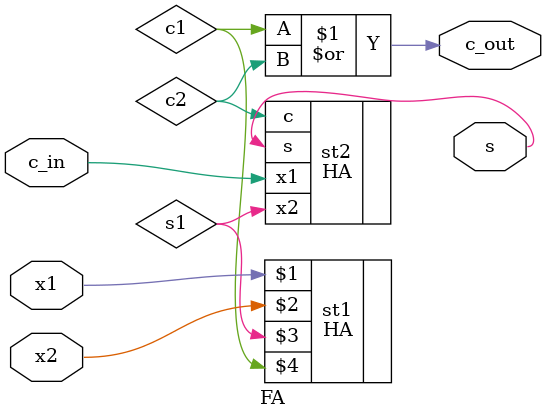
<source format=v>
module FA(input x1,x2,c_in,
output s,c_out
);
wire s1,c1,c2;
HA st1 (x1,x2,s1,c1);
HA st2 (
	.x1(c_in),
	.x2(s1),
	.s(s),
	.c(c2)
);
assign c_out=c1|c2;
endmodule

</source>
